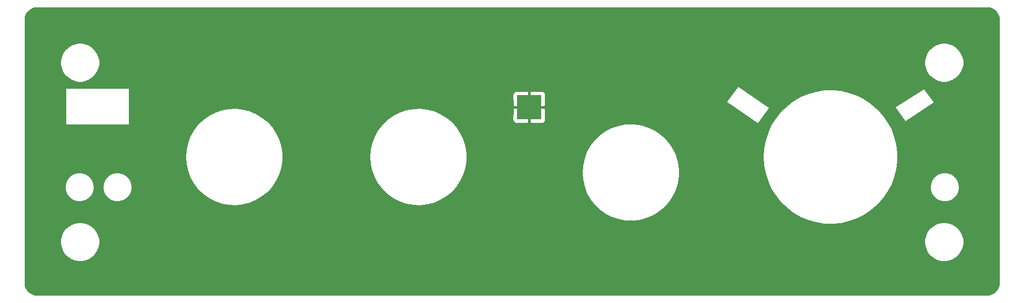
<source format=gbr>
G04 #@! TF.GenerationSoftware,KiCad,Pcbnew,(5.1.12)-1*
G04 #@! TF.CreationDate,2022-02-09T14:20:02+03:00*
G04 #@! TF.ProjectId,ADAU1701 panel,41444155-3137-4303-9120-70616e656c2e,rev?*
G04 #@! TF.SameCoordinates,Original*
G04 #@! TF.FileFunction,Copper,L2,Bot*
G04 #@! TF.FilePolarity,Positive*
%FSLAX46Y46*%
G04 Gerber Fmt 4.6, Leading zero omitted, Abs format (unit mm)*
G04 Created by KiCad (PCBNEW (5.1.12)-1) date 2022-02-09 14:20:02*
%MOMM*%
%LPD*%
G01*
G04 APERTURE LIST*
G04 #@! TA.AperFunction,SMDPad,CuDef*
%ADD10R,4.000000X4.000000*%
G04 #@! TD*
G04 #@! TA.AperFunction,ViaPad*
%ADD11C,0.800000*%
G04 #@! TD*
G04 #@! TA.AperFunction,Conductor*
%ADD12C,0.200000*%
G04 #@! TD*
G04 #@! TA.AperFunction,Conductor*
%ADD13C,0.100000*%
G04 #@! TD*
G04 APERTURE END LIST*
D10*
X147000000Y-108500000D03*
D11*
X163300000Y-127100000D03*
D12*
X221083310Y-92464142D02*
X221452022Y-92575463D01*
X221792087Y-92756279D01*
X222090557Y-92999705D01*
X222336056Y-93296465D01*
X222519244Y-93635264D01*
X222633133Y-94003180D01*
X222675000Y-94401512D01*
X222675001Y-136784094D01*
X222635858Y-137183310D01*
X222524538Y-137552019D01*
X222343721Y-137892087D01*
X222100297Y-138190555D01*
X221803538Y-138436055D01*
X221464740Y-138619242D01*
X221096819Y-138733134D01*
X220698488Y-138775000D01*
X67815896Y-138775000D01*
X67416690Y-138735858D01*
X67047981Y-138624538D01*
X66707913Y-138443721D01*
X66409445Y-138200297D01*
X66163945Y-137903538D01*
X65980758Y-137564740D01*
X65866866Y-137196819D01*
X65825000Y-136798488D01*
X65825000Y-129889752D01*
X71550000Y-129889752D01*
X71550000Y-130510248D01*
X71671052Y-131118821D01*
X71908506Y-131692085D01*
X72253235Y-132208008D01*
X72691992Y-132646765D01*
X73207915Y-132991494D01*
X73781179Y-133228948D01*
X74389752Y-133350000D01*
X75010248Y-133350000D01*
X75618821Y-133228948D01*
X76192085Y-132991494D01*
X76708008Y-132646765D01*
X77146765Y-132208008D01*
X77491494Y-131692085D01*
X77728948Y-131118821D01*
X77850000Y-130510248D01*
X77850000Y-129889752D01*
X210650000Y-129889752D01*
X210650000Y-130510248D01*
X210771052Y-131118821D01*
X211008506Y-131692085D01*
X211353235Y-132208008D01*
X211791992Y-132646765D01*
X212307915Y-132991494D01*
X212881179Y-133228948D01*
X213489752Y-133350000D01*
X214110248Y-133350000D01*
X214718821Y-133228948D01*
X215292085Y-132991494D01*
X215808008Y-132646765D01*
X216246765Y-132208008D01*
X216591494Y-131692085D01*
X216828948Y-131118821D01*
X216950000Y-130510248D01*
X216950000Y-129889752D01*
X216828948Y-129281179D01*
X216591494Y-128707915D01*
X216246765Y-128191992D01*
X215808008Y-127753235D01*
X215292085Y-127408506D01*
X214718821Y-127171052D01*
X214110248Y-127050000D01*
X213489752Y-127050000D01*
X212881179Y-127171052D01*
X212307915Y-127408506D01*
X211791992Y-127753235D01*
X211353235Y-128191992D01*
X211008506Y-128707915D01*
X210771052Y-129281179D01*
X210650000Y-129889752D01*
X77850000Y-129889752D01*
X77728948Y-129281179D01*
X77491494Y-128707915D01*
X77146765Y-128191992D01*
X76708008Y-127753235D01*
X76192085Y-127408506D01*
X75618821Y-127171052D01*
X75010248Y-127050000D01*
X74389752Y-127050000D01*
X73781179Y-127171052D01*
X73207915Y-127408506D01*
X72691992Y-127753235D01*
X72253235Y-128191992D01*
X71908506Y-128707915D01*
X71671052Y-129281179D01*
X71550000Y-129889752D01*
X65825000Y-129889752D01*
X65825000Y-121170150D01*
X72266292Y-121170150D01*
X72266292Y-121629850D01*
X72355975Y-122080718D01*
X72531895Y-122505425D01*
X72787290Y-122887652D01*
X73112348Y-123212710D01*
X73494575Y-123468105D01*
X73919282Y-123644025D01*
X74370150Y-123733708D01*
X74829850Y-123733708D01*
X75280718Y-123644025D01*
X75705425Y-123468105D01*
X76087652Y-123212710D01*
X76412710Y-122887652D01*
X76668105Y-122505425D01*
X76844025Y-122080718D01*
X76933708Y-121629850D01*
X76933708Y-121170150D01*
X78366292Y-121170150D01*
X78366292Y-121629850D01*
X78455975Y-122080718D01*
X78631895Y-122505425D01*
X78887290Y-122887652D01*
X79212348Y-123212710D01*
X79594575Y-123468105D01*
X80019282Y-123644025D01*
X80470150Y-123733708D01*
X80929850Y-123733708D01*
X81380718Y-123644025D01*
X81805425Y-123468105D01*
X82187652Y-123212710D01*
X82512710Y-122887652D01*
X82768105Y-122505425D01*
X82944025Y-122080718D01*
X83033708Y-121629850D01*
X83033708Y-121170150D01*
X82944025Y-120719282D01*
X82768105Y-120294575D01*
X82512710Y-119912348D01*
X82187652Y-119587290D01*
X81805425Y-119331895D01*
X81380718Y-119155975D01*
X80929850Y-119066292D01*
X80470150Y-119066292D01*
X80019282Y-119155975D01*
X79594575Y-119331895D01*
X79212348Y-119587290D01*
X78887290Y-119912348D01*
X78631895Y-120294575D01*
X78455975Y-120719282D01*
X78366292Y-121170150D01*
X76933708Y-121170150D01*
X76844025Y-120719282D01*
X76668105Y-120294575D01*
X76412710Y-119912348D01*
X76087652Y-119587290D01*
X75705425Y-119331895D01*
X75280718Y-119155975D01*
X74829850Y-119066292D01*
X74370150Y-119066292D01*
X73919282Y-119155975D01*
X73494575Y-119331895D01*
X73112348Y-119587290D01*
X72787290Y-119912348D01*
X72531895Y-120294575D01*
X72355975Y-120719282D01*
X72266292Y-121170150D01*
X65825000Y-121170150D01*
X65825000Y-116500000D01*
X91655000Y-116500000D01*
X91738601Y-117642241D01*
X91987623Y-118760137D01*
X92396759Y-119829863D01*
X92957287Y-120828618D01*
X93657262Y-121735116D01*
X94481765Y-122530037D01*
X95413223Y-123196438D01*
X96431783Y-123720116D01*
X97515738Y-124089910D01*
X98641983Y-124297938D01*
X99786515Y-124339766D01*
X100924941Y-124214504D01*
X102032997Y-123924820D01*
X103087066Y-123476889D01*
X104064683Y-122880258D01*
X104945012Y-122147643D01*
X105709290Y-121294658D01*
X106341228Y-120339483D01*
X106827356Y-119302476D01*
X107157315Y-118205740D01*
X107324072Y-117072648D01*
X107324072Y-116500000D01*
X121321666Y-116500000D01*
X121405267Y-117642241D01*
X121654289Y-118760137D01*
X122063425Y-119829863D01*
X122623953Y-120828618D01*
X123323928Y-121735116D01*
X124148431Y-122530037D01*
X125079889Y-123196438D01*
X126098449Y-123720116D01*
X127182404Y-124089910D01*
X128308649Y-124297938D01*
X129453181Y-124339766D01*
X130591607Y-124214504D01*
X131699663Y-123924820D01*
X132753732Y-123476889D01*
X133731349Y-122880258D01*
X134611678Y-122147643D01*
X135375956Y-121294658D01*
X136007894Y-120339483D01*
X136494022Y-119302476D01*
X136585023Y-119000000D01*
X155488332Y-119000000D01*
X155571933Y-120142241D01*
X155820955Y-121260137D01*
X156230091Y-122329863D01*
X156790619Y-123328618D01*
X157490594Y-124235116D01*
X158315097Y-125030037D01*
X159246555Y-125696438D01*
X160265115Y-126220116D01*
X161349070Y-126589910D01*
X162475315Y-126797938D01*
X163619847Y-126839766D01*
X164758273Y-126714504D01*
X165866329Y-126424820D01*
X166920398Y-125976889D01*
X167898015Y-125380258D01*
X168778344Y-124647643D01*
X169542622Y-123794658D01*
X170174560Y-122839483D01*
X170660688Y-121802476D01*
X170990647Y-120705740D01*
X171157404Y-119572648D01*
X171157404Y-118427352D01*
X170990647Y-117294260D01*
X170751690Y-116500000D01*
X184655000Y-116500000D01*
X184737200Y-117832724D01*
X184982552Y-119145244D01*
X185387339Y-120417666D01*
X185945423Y-121630700D01*
X186648344Y-122765957D01*
X187485448Y-123806229D01*
X188444045Y-124735746D01*
X189509602Y-125540418D01*
X190665968Y-126208046D01*
X191895612Y-126728510D01*
X193179896Y-127093920D01*
X194499350Y-127298737D01*
X195833972Y-127339856D01*
X197163532Y-127216655D01*
X198467875Y-126930999D01*
X199727228Y-126487220D01*
X200922500Y-125892046D01*
X202035573Y-125154497D01*
X203049573Y-124285755D01*
X203949129Y-123298989D01*
X204720605Y-122209157D01*
X205278539Y-121170150D01*
X211566292Y-121170150D01*
X211566292Y-121629850D01*
X211655975Y-122080718D01*
X211831895Y-122505425D01*
X212087290Y-122887652D01*
X212412348Y-123212710D01*
X212794575Y-123468105D01*
X213219282Y-123644025D01*
X213670150Y-123733708D01*
X214129850Y-123733708D01*
X214580718Y-123644025D01*
X215005425Y-123468105D01*
X215387652Y-123212710D01*
X215712710Y-122887652D01*
X215968105Y-122505425D01*
X216144025Y-122080718D01*
X216233708Y-121629850D01*
X216233708Y-121170150D01*
X216144025Y-120719282D01*
X215968105Y-120294575D01*
X215712710Y-119912348D01*
X215387652Y-119587290D01*
X215005425Y-119331895D01*
X214580718Y-119155975D01*
X214129850Y-119066292D01*
X213670150Y-119066292D01*
X213219282Y-119155975D01*
X212794575Y-119331895D01*
X212412348Y-119587290D01*
X212087290Y-119912348D01*
X211831895Y-120294575D01*
X211655975Y-120719282D01*
X211566292Y-121170150D01*
X205278539Y-121170150D01*
X205352306Y-121032780D01*
X205834656Y-119787691D01*
X206160343Y-118492764D01*
X206324431Y-117167628D01*
X206324431Y-115832372D01*
X206160343Y-114507236D01*
X205834656Y-113212309D01*
X205352306Y-111967220D01*
X204720605Y-110790843D01*
X203949129Y-109701011D01*
X203049573Y-108714245D01*
X202804144Y-108503974D01*
X205900079Y-108503974D01*
X205902774Y-108523391D01*
X205909206Y-108541909D01*
X205919126Y-108558817D01*
X207519126Y-110758817D01*
X207529215Y-110770637D01*
X207544356Y-110783089D01*
X207561635Y-110792348D01*
X207580388Y-110798058D01*
X207599895Y-110800000D01*
X207619406Y-110798099D01*
X207638172Y-110792428D01*
X207655470Y-110783205D01*
X212155470Y-107783205D01*
X212172882Y-107768470D01*
X212184840Y-107752936D01*
X212193537Y-107735368D01*
X212198639Y-107716440D01*
X212199951Y-107696880D01*
X212197422Y-107677441D01*
X212191149Y-107658868D01*
X212181373Y-107641876D01*
X210681373Y-105541876D01*
X210672563Y-105531191D01*
X210657745Y-105518357D01*
X210640708Y-105508661D01*
X210622106Y-105502474D01*
X210602655Y-105500035D01*
X210583102Y-105501438D01*
X210564198Y-105506629D01*
X210546670Y-105515407D01*
X205946670Y-108415407D01*
X205926535Y-108432155D01*
X205914711Y-108447791D01*
X205906164Y-108465433D01*
X205901224Y-108484404D01*
X205900079Y-108503974D01*
X202804144Y-108503974D01*
X202035573Y-107845503D01*
X200922500Y-107107954D01*
X199727228Y-106512780D01*
X198467875Y-106069001D01*
X197163532Y-105783345D01*
X195833972Y-105660144D01*
X194499350Y-105701263D01*
X193179896Y-105906080D01*
X191895612Y-106271490D01*
X190665968Y-106791954D01*
X189509602Y-107459582D01*
X188444045Y-108264254D01*
X187485448Y-109193771D01*
X186648344Y-110234043D01*
X185945423Y-111369300D01*
X185387339Y-112582334D01*
X184982552Y-113854756D01*
X184737200Y-115167276D01*
X184655000Y-116500000D01*
X170751690Y-116500000D01*
X170660688Y-116197524D01*
X170174560Y-115160517D01*
X169542622Y-114205342D01*
X168778344Y-113352357D01*
X167898015Y-112619742D01*
X166920398Y-112023111D01*
X165866329Y-111575180D01*
X164758273Y-111285496D01*
X163619847Y-111160234D01*
X162475315Y-111202062D01*
X161349070Y-111410090D01*
X160265115Y-111779884D01*
X159246555Y-112303562D01*
X158315097Y-112969963D01*
X157490594Y-113764884D01*
X156790619Y-114671382D01*
X156230091Y-115670137D01*
X155820955Y-116739863D01*
X155571933Y-117857759D01*
X155488332Y-119000000D01*
X136585023Y-119000000D01*
X136823981Y-118205740D01*
X136990738Y-117072648D01*
X136990738Y-115927352D01*
X136823981Y-114794260D01*
X136494022Y-113697524D01*
X136007894Y-112660517D01*
X135375956Y-111705342D01*
X134611678Y-110852357D01*
X134188277Y-110500000D01*
X144389058Y-110500000D01*
X144400797Y-110619189D01*
X144435563Y-110733797D01*
X144492020Y-110839421D01*
X144567999Y-110932001D01*
X144660579Y-111007980D01*
X144766203Y-111064437D01*
X144880811Y-111099203D01*
X145000000Y-111110942D01*
X146694000Y-111108000D01*
X146846000Y-110956000D01*
X146846000Y-108654000D01*
X147154000Y-108654000D01*
X147154000Y-110956000D01*
X147306000Y-111108000D01*
X149000000Y-111110942D01*
X149119189Y-111099203D01*
X149233797Y-111064437D01*
X149339421Y-111007980D01*
X149432001Y-110932001D01*
X149507980Y-110839421D01*
X149564437Y-110733797D01*
X149599203Y-110619189D01*
X149610942Y-110500000D01*
X149608000Y-108806000D01*
X149456000Y-108654000D01*
X147154000Y-108654000D01*
X146846000Y-108654000D01*
X144544000Y-108654000D01*
X144392000Y-108806000D01*
X144389058Y-110500000D01*
X134188277Y-110500000D01*
X133731349Y-110119742D01*
X132753732Y-109523111D01*
X131699663Y-109075180D01*
X130591607Y-108785496D01*
X129453181Y-108660234D01*
X128308649Y-108702062D01*
X127182404Y-108910090D01*
X126098449Y-109279884D01*
X125079889Y-109803562D01*
X124148431Y-110469963D01*
X123323928Y-111264884D01*
X122623953Y-112171382D01*
X122063425Y-113170137D01*
X121654289Y-114239863D01*
X121405267Y-115357759D01*
X121321666Y-116500000D01*
X107324072Y-116500000D01*
X107324072Y-115927352D01*
X107157315Y-114794260D01*
X106827356Y-113697524D01*
X106341228Y-112660517D01*
X105709290Y-111705342D01*
X104945012Y-110852357D01*
X104064683Y-110119742D01*
X103087066Y-109523111D01*
X102032997Y-109075180D01*
X100924941Y-108785496D01*
X99786515Y-108660234D01*
X98641983Y-108702062D01*
X97515738Y-108910090D01*
X96431783Y-109279884D01*
X95413223Y-109803562D01*
X94481765Y-110469963D01*
X93657262Y-111264884D01*
X92957287Y-112171382D01*
X92396759Y-113170137D01*
X91987623Y-114239863D01*
X91738601Y-115357759D01*
X91655000Y-116500000D01*
X65825000Y-116500000D01*
X65825000Y-105500000D01*
X72400000Y-105500000D01*
X72400000Y-111250000D01*
X72401921Y-111269509D01*
X72407612Y-111288268D01*
X72416853Y-111305557D01*
X72429289Y-111320711D01*
X72444443Y-111333147D01*
X72461732Y-111342388D01*
X72480491Y-111348079D01*
X72500000Y-111350000D01*
X82500000Y-111350000D01*
X82519509Y-111348079D01*
X82538268Y-111342388D01*
X82555557Y-111333147D01*
X82570711Y-111320711D01*
X82583147Y-111305557D01*
X82592388Y-111288268D01*
X82598079Y-111269509D01*
X82600000Y-111250000D01*
X82600000Y-106500000D01*
X144389058Y-106500000D01*
X144392000Y-108194000D01*
X144544000Y-108346000D01*
X146846000Y-108346000D01*
X146846000Y-106044000D01*
X147154000Y-106044000D01*
X147154000Y-108346000D01*
X149456000Y-108346000D01*
X149608000Y-108194000D01*
X149609034Y-107598244D01*
X178800015Y-107598244D01*
X178801594Y-107617784D01*
X178806954Y-107636641D01*
X178815891Y-107654089D01*
X178828059Y-107669458D01*
X178842992Y-107682159D01*
X183742992Y-111082159D01*
X183756760Y-111090168D01*
X183775182Y-111096871D01*
X183794557Y-111099852D01*
X183814142Y-111098995D01*
X183833183Y-111094334D01*
X183850949Y-111086047D01*
X183866757Y-111074454D01*
X183880000Y-111060000D01*
X185680000Y-108660000D01*
X185691702Y-108639884D01*
X185697721Y-108621228D01*
X185699985Y-108601756D01*
X185698406Y-108582216D01*
X185693046Y-108563359D01*
X185684109Y-108545911D01*
X185671941Y-108530542D01*
X185657008Y-108517841D01*
X180757008Y-105117841D01*
X180743240Y-105109832D01*
X180724818Y-105103129D01*
X180705443Y-105100148D01*
X180685858Y-105101005D01*
X180666817Y-105105666D01*
X180649051Y-105113953D01*
X180633243Y-105125546D01*
X180620000Y-105140000D01*
X178820000Y-107540000D01*
X178808298Y-107560116D01*
X178802279Y-107578772D01*
X178800015Y-107598244D01*
X149609034Y-107598244D01*
X149610942Y-106500000D01*
X149599203Y-106380811D01*
X149564437Y-106266203D01*
X149507980Y-106160579D01*
X149432001Y-106067999D01*
X149339421Y-105992020D01*
X149233797Y-105935563D01*
X149119189Y-105900797D01*
X149000000Y-105889058D01*
X147306000Y-105892000D01*
X147154000Y-106044000D01*
X146846000Y-106044000D01*
X146694000Y-105892000D01*
X145000000Y-105889058D01*
X144880811Y-105900797D01*
X144766203Y-105935563D01*
X144660579Y-105992020D01*
X144567999Y-106067999D01*
X144492020Y-106160579D01*
X144435563Y-106266203D01*
X144400797Y-106380811D01*
X144389058Y-106500000D01*
X82600000Y-106500000D01*
X82600000Y-105500000D01*
X82598079Y-105480491D01*
X82592388Y-105461732D01*
X82583147Y-105444443D01*
X82570711Y-105429289D01*
X82555557Y-105416853D01*
X82538268Y-105407612D01*
X82519509Y-105401921D01*
X82500000Y-105400000D01*
X72500000Y-105400000D01*
X72480491Y-105401921D01*
X72461732Y-105407612D01*
X72444443Y-105416853D01*
X72429289Y-105429289D01*
X72416853Y-105444443D01*
X72407612Y-105461732D01*
X72401921Y-105480491D01*
X72400000Y-105500000D01*
X65825000Y-105500000D01*
X65825000Y-100989752D01*
X71550000Y-100989752D01*
X71550000Y-101610248D01*
X71671052Y-102218821D01*
X71908506Y-102792085D01*
X72253235Y-103308008D01*
X72691992Y-103746765D01*
X73207915Y-104091494D01*
X73781179Y-104328948D01*
X74389752Y-104450000D01*
X75010248Y-104450000D01*
X75618821Y-104328948D01*
X76192085Y-104091494D01*
X76708008Y-103746765D01*
X77146765Y-103308008D01*
X77491494Y-102792085D01*
X77728948Y-102218821D01*
X77850000Y-101610248D01*
X77850000Y-100989752D01*
X210650000Y-100989752D01*
X210650000Y-101610248D01*
X210771052Y-102218821D01*
X211008506Y-102792085D01*
X211353235Y-103308008D01*
X211791992Y-103746765D01*
X212307915Y-104091494D01*
X212881179Y-104328948D01*
X213489752Y-104450000D01*
X214110248Y-104450000D01*
X214718821Y-104328948D01*
X215292085Y-104091494D01*
X215808008Y-103746765D01*
X216246765Y-103308008D01*
X216591494Y-102792085D01*
X216828948Y-102218821D01*
X216950000Y-101610248D01*
X216950000Y-100989752D01*
X216828948Y-100381179D01*
X216591494Y-99807915D01*
X216246765Y-99291992D01*
X215808008Y-98853235D01*
X215292085Y-98508506D01*
X214718821Y-98271052D01*
X214110248Y-98150000D01*
X213489752Y-98150000D01*
X212881179Y-98271052D01*
X212307915Y-98508506D01*
X211791992Y-98853235D01*
X211353235Y-99291992D01*
X211008506Y-99807915D01*
X210771052Y-100381179D01*
X210650000Y-100989752D01*
X77850000Y-100989752D01*
X77728948Y-100381179D01*
X77491494Y-99807915D01*
X77146765Y-99291992D01*
X76708008Y-98853235D01*
X76192085Y-98508506D01*
X75618821Y-98271052D01*
X75010248Y-98150000D01*
X74389752Y-98150000D01*
X73781179Y-98271052D01*
X73207915Y-98508506D01*
X72691992Y-98853235D01*
X72253235Y-99291992D01*
X71908506Y-99807915D01*
X71671052Y-100381179D01*
X71550000Y-100989752D01*
X65825000Y-100989752D01*
X65825000Y-94415896D01*
X65864142Y-94016690D01*
X65975463Y-93647978D01*
X66156279Y-93307913D01*
X66399705Y-93009443D01*
X66696465Y-92763944D01*
X67035264Y-92580756D01*
X67403180Y-92466867D01*
X67801512Y-92425000D01*
X220684104Y-92425000D01*
X221083310Y-92464142D01*
G04 #@! TA.AperFunction,Conductor*
D13*
G36*
X221083310Y-92464142D02*
G01*
X221452022Y-92575463D01*
X221792087Y-92756279D01*
X222090557Y-92999705D01*
X222336056Y-93296465D01*
X222519244Y-93635264D01*
X222633133Y-94003180D01*
X222675000Y-94401512D01*
X222675001Y-136784094D01*
X222635858Y-137183310D01*
X222524538Y-137552019D01*
X222343721Y-137892087D01*
X222100297Y-138190555D01*
X221803538Y-138436055D01*
X221464740Y-138619242D01*
X221096819Y-138733134D01*
X220698488Y-138775000D01*
X67815896Y-138775000D01*
X67416690Y-138735858D01*
X67047981Y-138624538D01*
X66707913Y-138443721D01*
X66409445Y-138200297D01*
X66163945Y-137903538D01*
X65980758Y-137564740D01*
X65866866Y-137196819D01*
X65825000Y-136798488D01*
X65825000Y-129889752D01*
X71550000Y-129889752D01*
X71550000Y-130510248D01*
X71671052Y-131118821D01*
X71908506Y-131692085D01*
X72253235Y-132208008D01*
X72691992Y-132646765D01*
X73207915Y-132991494D01*
X73781179Y-133228948D01*
X74389752Y-133350000D01*
X75010248Y-133350000D01*
X75618821Y-133228948D01*
X76192085Y-132991494D01*
X76708008Y-132646765D01*
X77146765Y-132208008D01*
X77491494Y-131692085D01*
X77728948Y-131118821D01*
X77850000Y-130510248D01*
X77850000Y-129889752D01*
X210650000Y-129889752D01*
X210650000Y-130510248D01*
X210771052Y-131118821D01*
X211008506Y-131692085D01*
X211353235Y-132208008D01*
X211791992Y-132646765D01*
X212307915Y-132991494D01*
X212881179Y-133228948D01*
X213489752Y-133350000D01*
X214110248Y-133350000D01*
X214718821Y-133228948D01*
X215292085Y-132991494D01*
X215808008Y-132646765D01*
X216246765Y-132208008D01*
X216591494Y-131692085D01*
X216828948Y-131118821D01*
X216950000Y-130510248D01*
X216950000Y-129889752D01*
X216828948Y-129281179D01*
X216591494Y-128707915D01*
X216246765Y-128191992D01*
X215808008Y-127753235D01*
X215292085Y-127408506D01*
X214718821Y-127171052D01*
X214110248Y-127050000D01*
X213489752Y-127050000D01*
X212881179Y-127171052D01*
X212307915Y-127408506D01*
X211791992Y-127753235D01*
X211353235Y-128191992D01*
X211008506Y-128707915D01*
X210771052Y-129281179D01*
X210650000Y-129889752D01*
X77850000Y-129889752D01*
X77728948Y-129281179D01*
X77491494Y-128707915D01*
X77146765Y-128191992D01*
X76708008Y-127753235D01*
X76192085Y-127408506D01*
X75618821Y-127171052D01*
X75010248Y-127050000D01*
X74389752Y-127050000D01*
X73781179Y-127171052D01*
X73207915Y-127408506D01*
X72691992Y-127753235D01*
X72253235Y-128191992D01*
X71908506Y-128707915D01*
X71671052Y-129281179D01*
X71550000Y-129889752D01*
X65825000Y-129889752D01*
X65825000Y-121170150D01*
X72266292Y-121170150D01*
X72266292Y-121629850D01*
X72355975Y-122080718D01*
X72531895Y-122505425D01*
X72787290Y-122887652D01*
X73112348Y-123212710D01*
X73494575Y-123468105D01*
X73919282Y-123644025D01*
X74370150Y-123733708D01*
X74829850Y-123733708D01*
X75280718Y-123644025D01*
X75705425Y-123468105D01*
X76087652Y-123212710D01*
X76412710Y-122887652D01*
X76668105Y-122505425D01*
X76844025Y-122080718D01*
X76933708Y-121629850D01*
X76933708Y-121170150D01*
X78366292Y-121170150D01*
X78366292Y-121629850D01*
X78455975Y-122080718D01*
X78631895Y-122505425D01*
X78887290Y-122887652D01*
X79212348Y-123212710D01*
X79594575Y-123468105D01*
X80019282Y-123644025D01*
X80470150Y-123733708D01*
X80929850Y-123733708D01*
X81380718Y-123644025D01*
X81805425Y-123468105D01*
X82187652Y-123212710D01*
X82512710Y-122887652D01*
X82768105Y-122505425D01*
X82944025Y-122080718D01*
X83033708Y-121629850D01*
X83033708Y-121170150D01*
X82944025Y-120719282D01*
X82768105Y-120294575D01*
X82512710Y-119912348D01*
X82187652Y-119587290D01*
X81805425Y-119331895D01*
X81380718Y-119155975D01*
X80929850Y-119066292D01*
X80470150Y-119066292D01*
X80019282Y-119155975D01*
X79594575Y-119331895D01*
X79212348Y-119587290D01*
X78887290Y-119912348D01*
X78631895Y-120294575D01*
X78455975Y-120719282D01*
X78366292Y-121170150D01*
X76933708Y-121170150D01*
X76844025Y-120719282D01*
X76668105Y-120294575D01*
X76412710Y-119912348D01*
X76087652Y-119587290D01*
X75705425Y-119331895D01*
X75280718Y-119155975D01*
X74829850Y-119066292D01*
X74370150Y-119066292D01*
X73919282Y-119155975D01*
X73494575Y-119331895D01*
X73112348Y-119587290D01*
X72787290Y-119912348D01*
X72531895Y-120294575D01*
X72355975Y-120719282D01*
X72266292Y-121170150D01*
X65825000Y-121170150D01*
X65825000Y-116500000D01*
X91655000Y-116500000D01*
X91738601Y-117642241D01*
X91987623Y-118760137D01*
X92396759Y-119829863D01*
X92957287Y-120828618D01*
X93657262Y-121735116D01*
X94481765Y-122530037D01*
X95413223Y-123196438D01*
X96431783Y-123720116D01*
X97515738Y-124089910D01*
X98641983Y-124297938D01*
X99786515Y-124339766D01*
X100924941Y-124214504D01*
X102032997Y-123924820D01*
X103087066Y-123476889D01*
X104064683Y-122880258D01*
X104945012Y-122147643D01*
X105709290Y-121294658D01*
X106341228Y-120339483D01*
X106827356Y-119302476D01*
X107157315Y-118205740D01*
X107324072Y-117072648D01*
X107324072Y-116500000D01*
X121321666Y-116500000D01*
X121405267Y-117642241D01*
X121654289Y-118760137D01*
X122063425Y-119829863D01*
X122623953Y-120828618D01*
X123323928Y-121735116D01*
X124148431Y-122530037D01*
X125079889Y-123196438D01*
X126098449Y-123720116D01*
X127182404Y-124089910D01*
X128308649Y-124297938D01*
X129453181Y-124339766D01*
X130591607Y-124214504D01*
X131699663Y-123924820D01*
X132753732Y-123476889D01*
X133731349Y-122880258D01*
X134611678Y-122147643D01*
X135375956Y-121294658D01*
X136007894Y-120339483D01*
X136494022Y-119302476D01*
X136585023Y-119000000D01*
X155488332Y-119000000D01*
X155571933Y-120142241D01*
X155820955Y-121260137D01*
X156230091Y-122329863D01*
X156790619Y-123328618D01*
X157490594Y-124235116D01*
X158315097Y-125030037D01*
X159246555Y-125696438D01*
X160265115Y-126220116D01*
X161349070Y-126589910D01*
X162475315Y-126797938D01*
X163619847Y-126839766D01*
X164758273Y-126714504D01*
X165866329Y-126424820D01*
X166920398Y-125976889D01*
X167898015Y-125380258D01*
X168778344Y-124647643D01*
X169542622Y-123794658D01*
X170174560Y-122839483D01*
X170660688Y-121802476D01*
X170990647Y-120705740D01*
X171157404Y-119572648D01*
X171157404Y-118427352D01*
X170990647Y-117294260D01*
X170751690Y-116500000D01*
X184655000Y-116500000D01*
X184737200Y-117832724D01*
X184982552Y-119145244D01*
X185387339Y-120417666D01*
X185945423Y-121630700D01*
X186648344Y-122765957D01*
X187485448Y-123806229D01*
X188444045Y-124735746D01*
X189509602Y-125540418D01*
X190665968Y-126208046D01*
X191895612Y-126728510D01*
X193179896Y-127093920D01*
X194499350Y-127298737D01*
X195833972Y-127339856D01*
X197163532Y-127216655D01*
X198467875Y-126930999D01*
X199727228Y-126487220D01*
X200922500Y-125892046D01*
X202035573Y-125154497D01*
X203049573Y-124285755D01*
X203949129Y-123298989D01*
X204720605Y-122209157D01*
X205278539Y-121170150D01*
X211566292Y-121170150D01*
X211566292Y-121629850D01*
X211655975Y-122080718D01*
X211831895Y-122505425D01*
X212087290Y-122887652D01*
X212412348Y-123212710D01*
X212794575Y-123468105D01*
X213219282Y-123644025D01*
X213670150Y-123733708D01*
X214129850Y-123733708D01*
X214580718Y-123644025D01*
X215005425Y-123468105D01*
X215387652Y-123212710D01*
X215712710Y-122887652D01*
X215968105Y-122505425D01*
X216144025Y-122080718D01*
X216233708Y-121629850D01*
X216233708Y-121170150D01*
X216144025Y-120719282D01*
X215968105Y-120294575D01*
X215712710Y-119912348D01*
X215387652Y-119587290D01*
X215005425Y-119331895D01*
X214580718Y-119155975D01*
X214129850Y-119066292D01*
X213670150Y-119066292D01*
X213219282Y-119155975D01*
X212794575Y-119331895D01*
X212412348Y-119587290D01*
X212087290Y-119912348D01*
X211831895Y-120294575D01*
X211655975Y-120719282D01*
X211566292Y-121170150D01*
X205278539Y-121170150D01*
X205352306Y-121032780D01*
X205834656Y-119787691D01*
X206160343Y-118492764D01*
X206324431Y-117167628D01*
X206324431Y-115832372D01*
X206160343Y-114507236D01*
X205834656Y-113212309D01*
X205352306Y-111967220D01*
X204720605Y-110790843D01*
X203949129Y-109701011D01*
X203049573Y-108714245D01*
X202804144Y-108503974D01*
X205900079Y-108503974D01*
X205902774Y-108523391D01*
X205909206Y-108541909D01*
X205919126Y-108558817D01*
X207519126Y-110758817D01*
X207529215Y-110770637D01*
X207544356Y-110783089D01*
X207561635Y-110792348D01*
X207580388Y-110798058D01*
X207599895Y-110800000D01*
X207619406Y-110798099D01*
X207638172Y-110792428D01*
X207655470Y-110783205D01*
X212155470Y-107783205D01*
X212172882Y-107768470D01*
X212184840Y-107752936D01*
X212193537Y-107735368D01*
X212198639Y-107716440D01*
X212199951Y-107696880D01*
X212197422Y-107677441D01*
X212191149Y-107658868D01*
X212181373Y-107641876D01*
X210681373Y-105541876D01*
X210672563Y-105531191D01*
X210657745Y-105518357D01*
X210640708Y-105508661D01*
X210622106Y-105502474D01*
X210602655Y-105500035D01*
X210583102Y-105501438D01*
X210564198Y-105506629D01*
X210546670Y-105515407D01*
X205946670Y-108415407D01*
X205926535Y-108432155D01*
X205914711Y-108447791D01*
X205906164Y-108465433D01*
X205901224Y-108484404D01*
X205900079Y-108503974D01*
X202804144Y-108503974D01*
X202035573Y-107845503D01*
X200922500Y-107107954D01*
X199727228Y-106512780D01*
X198467875Y-106069001D01*
X197163532Y-105783345D01*
X195833972Y-105660144D01*
X194499350Y-105701263D01*
X193179896Y-105906080D01*
X191895612Y-106271490D01*
X190665968Y-106791954D01*
X189509602Y-107459582D01*
X188444045Y-108264254D01*
X187485448Y-109193771D01*
X186648344Y-110234043D01*
X185945423Y-111369300D01*
X185387339Y-112582334D01*
X184982552Y-113854756D01*
X184737200Y-115167276D01*
X184655000Y-116500000D01*
X170751690Y-116500000D01*
X170660688Y-116197524D01*
X170174560Y-115160517D01*
X169542622Y-114205342D01*
X168778344Y-113352357D01*
X167898015Y-112619742D01*
X166920398Y-112023111D01*
X165866329Y-111575180D01*
X164758273Y-111285496D01*
X163619847Y-111160234D01*
X162475315Y-111202062D01*
X161349070Y-111410090D01*
X160265115Y-111779884D01*
X159246555Y-112303562D01*
X158315097Y-112969963D01*
X157490594Y-113764884D01*
X156790619Y-114671382D01*
X156230091Y-115670137D01*
X155820955Y-116739863D01*
X155571933Y-117857759D01*
X155488332Y-119000000D01*
X136585023Y-119000000D01*
X136823981Y-118205740D01*
X136990738Y-117072648D01*
X136990738Y-115927352D01*
X136823981Y-114794260D01*
X136494022Y-113697524D01*
X136007894Y-112660517D01*
X135375956Y-111705342D01*
X134611678Y-110852357D01*
X134188277Y-110500000D01*
X144389058Y-110500000D01*
X144400797Y-110619189D01*
X144435563Y-110733797D01*
X144492020Y-110839421D01*
X144567999Y-110932001D01*
X144660579Y-111007980D01*
X144766203Y-111064437D01*
X144880811Y-111099203D01*
X145000000Y-111110942D01*
X146694000Y-111108000D01*
X146846000Y-110956000D01*
X146846000Y-108654000D01*
X147154000Y-108654000D01*
X147154000Y-110956000D01*
X147306000Y-111108000D01*
X149000000Y-111110942D01*
X149119189Y-111099203D01*
X149233797Y-111064437D01*
X149339421Y-111007980D01*
X149432001Y-110932001D01*
X149507980Y-110839421D01*
X149564437Y-110733797D01*
X149599203Y-110619189D01*
X149610942Y-110500000D01*
X149608000Y-108806000D01*
X149456000Y-108654000D01*
X147154000Y-108654000D01*
X146846000Y-108654000D01*
X144544000Y-108654000D01*
X144392000Y-108806000D01*
X144389058Y-110500000D01*
X134188277Y-110500000D01*
X133731349Y-110119742D01*
X132753732Y-109523111D01*
X131699663Y-109075180D01*
X130591607Y-108785496D01*
X129453181Y-108660234D01*
X128308649Y-108702062D01*
X127182404Y-108910090D01*
X126098449Y-109279884D01*
X125079889Y-109803562D01*
X124148431Y-110469963D01*
X123323928Y-111264884D01*
X122623953Y-112171382D01*
X122063425Y-113170137D01*
X121654289Y-114239863D01*
X121405267Y-115357759D01*
X121321666Y-116500000D01*
X107324072Y-116500000D01*
X107324072Y-115927352D01*
X107157315Y-114794260D01*
X106827356Y-113697524D01*
X106341228Y-112660517D01*
X105709290Y-111705342D01*
X104945012Y-110852357D01*
X104064683Y-110119742D01*
X103087066Y-109523111D01*
X102032997Y-109075180D01*
X100924941Y-108785496D01*
X99786515Y-108660234D01*
X98641983Y-108702062D01*
X97515738Y-108910090D01*
X96431783Y-109279884D01*
X95413223Y-109803562D01*
X94481765Y-110469963D01*
X93657262Y-111264884D01*
X92957287Y-112171382D01*
X92396759Y-113170137D01*
X91987623Y-114239863D01*
X91738601Y-115357759D01*
X91655000Y-116500000D01*
X65825000Y-116500000D01*
X65825000Y-105500000D01*
X72400000Y-105500000D01*
X72400000Y-111250000D01*
X72401921Y-111269509D01*
X72407612Y-111288268D01*
X72416853Y-111305557D01*
X72429289Y-111320711D01*
X72444443Y-111333147D01*
X72461732Y-111342388D01*
X72480491Y-111348079D01*
X72500000Y-111350000D01*
X82500000Y-111350000D01*
X82519509Y-111348079D01*
X82538268Y-111342388D01*
X82555557Y-111333147D01*
X82570711Y-111320711D01*
X82583147Y-111305557D01*
X82592388Y-111288268D01*
X82598079Y-111269509D01*
X82600000Y-111250000D01*
X82600000Y-106500000D01*
X144389058Y-106500000D01*
X144392000Y-108194000D01*
X144544000Y-108346000D01*
X146846000Y-108346000D01*
X146846000Y-106044000D01*
X147154000Y-106044000D01*
X147154000Y-108346000D01*
X149456000Y-108346000D01*
X149608000Y-108194000D01*
X149609034Y-107598244D01*
X178800015Y-107598244D01*
X178801594Y-107617784D01*
X178806954Y-107636641D01*
X178815891Y-107654089D01*
X178828059Y-107669458D01*
X178842992Y-107682159D01*
X183742992Y-111082159D01*
X183756760Y-111090168D01*
X183775182Y-111096871D01*
X183794557Y-111099852D01*
X183814142Y-111098995D01*
X183833183Y-111094334D01*
X183850949Y-111086047D01*
X183866757Y-111074454D01*
X183880000Y-111060000D01*
X185680000Y-108660000D01*
X185691702Y-108639884D01*
X185697721Y-108621228D01*
X185699985Y-108601756D01*
X185698406Y-108582216D01*
X185693046Y-108563359D01*
X185684109Y-108545911D01*
X185671941Y-108530542D01*
X185657008Y-108517841D01*
X180757008Y-105117841D01*
X180743240Y-105109832D01*
X180724818Y-105103129D01*
X180705443Y-105100148D01*
X180685858Y-105101005D01*
X180666817Y-105105666D01*
X180649051Y-105113953D01*
X180633243Y-105125546D01*
X180620000Y-105140000D01*
X178820000Y-107540000D01*
X178808298Y-107560116D01*
X178802279Y-107578772D01*
X178800015Y-107598244D01*
X149609034Y-107598244D01*
X149610942Y-106500000D01*
X149599203Y-106380811D01*
X149564437Y-106266203D01*
X149507980Y-106160579D01*
X149432001Y-106067999D01*
X149339421Y-105992020D01*
X149233797Y-105935563D01*
X149119189Y-105900797D01*
X149000000Y-105889058D01*
X147306000Y-105892000D01*
X147154000Y-106044000D01*
X146846000Y-106044000D01*
X146694000Y-105892000D01*
X145000000Y-105889058D01*
X144880811Y-105900797D01*
X144766203Y-105935563D01*
X144660579Y-105992020D01*
X144567999Y-106067999D01*
X144492020Y-106160579D01*
X144435563Y-106266203D01*
X144400797Y-106380811D01*
X144389058Y-106500000D01*
X82600000Y-106500000D01*
X82600000Y-105500000D01*
X82598079Y-105480491D01*
X82592388Y-105461732D01*
X82583147Y-105444443D01*
X82570711Y-105429289D01*
X82555557Y-105416853D01*
X82538268Y-105407612D01*
X82519509Y-105401921D01*
X82500000Y-105400000D01*
X72500000Y-105400000D01*
X72480491Y-105401921D01*
X72461732Y-105407612D01*
X72444443Y-105416853D01*
X72429289Y-105429289D01*
X72416853Y-105444443D01*
X72407612Y-105461732D01*
X72401921Y-105480491D01*
X72400000Y-105500000D01*
X65825000Y-105500000D01*
X65825000Y-100989752D01*
X71550000Y-100989752D01*
X71550000Y-101610248D01*
X71671052Y-102218821D01*
X71908506Y-102792085D01*
X72253235Y-103308008D01*
X72691992Y-103746765D01*
X73207915Y-104091494D01*
X73781179Y-104328948D01*
X74389752Y-104450000D01*
X75010248Y-104450000D01*
X75618821Y-104328948D01*
X76192085Y-104091494D01*
X76708008Y-103746765D01*
X77146765Y-103308008D01*
X77491494Y-102792085D01*
X77728948Y-102218821D01*
X77850000Y-101610248D01*
X77850000Y-100989752D01*
X210650000Y-100989752D01*
X210650000Y-101610248D01*
X210771052Y-102218821D01*
X211008506Y-102792085D01*
X211353235Y-103308008D01*
X211791992Y-103746765D01*
X212307915Y-104091494D01*
X212881179Y-104328948D01*
X213489752Y-104450000D01*
X214110248Y-104450000D01*
X214718821Y-104328948D01*
X215292085Y-104091494D01*
X215808008Y-103746765D01*
X216246765Y-103308008D01*
X216591494Y-102792085D01*
X216828948Y-102218821D01*
X216950000Y-101610248D01*
X216950000Y-100989752D01*
X216828948Y-100381179D01*
X216591494Y-99807915D01*
X216246765Y-99291992D01*
X215808008Y-98853235D01*
X215292085Y-98508506D01*
X214718821Y-98271052D01*
X214110248Y-98150000D01*
X213489752Y-98150000D01*
X212881179Y-98271052D01*
X212307915Y-98508506D01*
X211791992Y-98853235D01*
X211353235Y-99291992D01*
X211008506Y-99807915D01*
X210771052Y-100381179D01*
X210650000Y-100989752D01*
X77850000Y-100989752D01*
X77728948Y-100381179D01*
X77491494Y-99807915D01*
X77146765Y-99291992D01*
X76708008Y-98853235D01*
X76192085Y-98508506D01*
X75618821Y-98271052D01*
X75010248Y-98150000D01*
X74389752Y-98150000D01*
X73781179Y-98271052D01*
X73207915Y-98508506D01*
X72691992Y-98853235D01*
X72253235Y-99291992D01*
X71908506Y-99807915D01*
X71671052Y-100381179D01*
X71550000Y-100989752D01*
X65825000Y-100989752D01*
X65825000Y-94415896D01*
X65864142Y-94016690D01*
X65975463Y-93647978D01*
X66156279Y-93307913D01*
X66399705Y-93009443D01*
X66696465Y-92763944D01*
X67035264Y-92580756D01*
X67403180Y-92466867D01*
X67801512Y-92425000D01*
X220684104Y-92425000D01*
X221083310Y-92464142D01*
G37*
G04 #@! TD.AperFunction*
M02*

</source>
